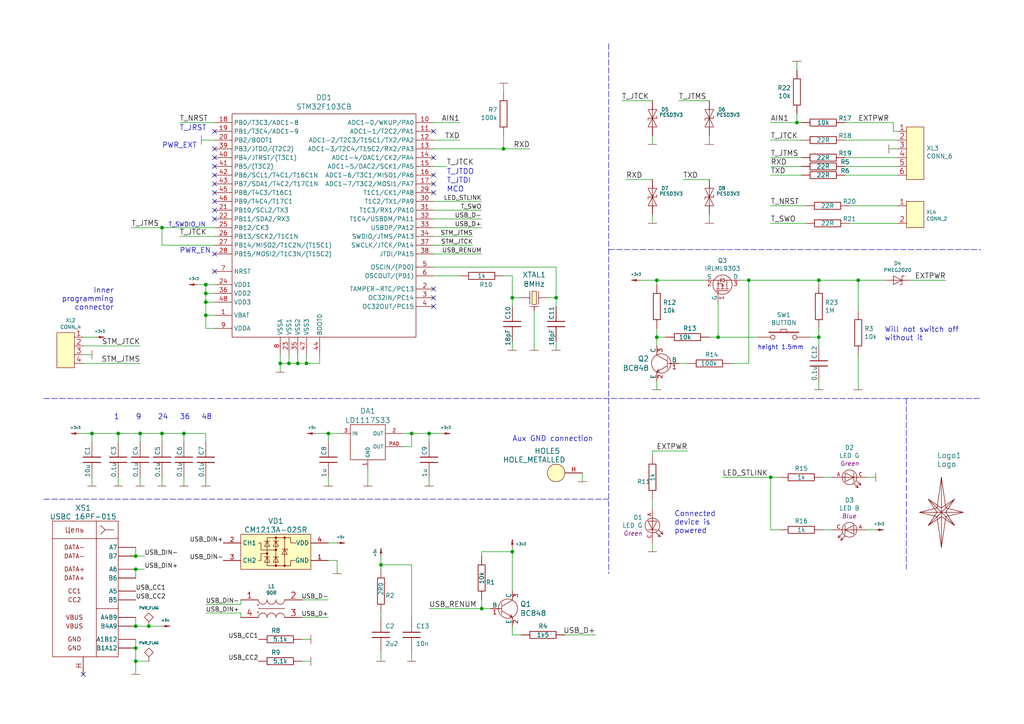
<source format=kicad_sch>
(kicad_sch (version 20230121) (generator eeschema)
  (paper "A4")
  (junction (at 88.9 105.41))
  (junction (at 208.28 97.79))
  (junction (at 53.34 125.73))
  (junction (at 34.29 125.73))
  (junction (at 146.05 43.18))
  (junction (at 237.49 81.28))
  (junction (at 190.5 81.28))
  (junction (at 161.29 86.36))
  (junction (at 46.99 125.73))
  (junction (at 148.59 86.36))
  (junction (at 59.69 82.55))
  (junction (at 95.25 125.73))
  (junction (at 43.18 181.61))
  (junction (at 26.67 125.73))
  (junction (at 124.46 125.73))
  (junction (at 39.37 181.61))
  (junction (at 46.99 66.04))
  (junction (at 59.69 85.09))
  (junction (at 110.49 163.83))
  (junction (at 59.69 87.63))
  (junction (at 81.28 105.41))
  (junction (at 223.52 138.43))
  (junction (at 148.59 160.02))
  (junction (at 231.14 35.56))
  (junction (at 59.69 91.44))
  (junction (at 190.5 97.79))
  (junction (at 248.92 81.28))
  (junction (at 39.37 191.77))
  (junction (at 237.49 97.79))
  (junction (at 40.64 125.73))
  (junction (at 39.37 161.29))
  (junction (at 83.82 105.41))
  (junction (at 39.37 165.1))
  (junction (at 86.36 105.41))
  (junction (at 139.7 176.53))
  (junction (at 217.17 81.28))
  (junction (at 119.38 125.73))
  (junction (at 39.37 187.96))
  (no_connect (at 62.23 63.5))
  (no_connect (at 62.23 73.66))
  (no_connect (at 62.23 43.18))
  (no_connect (at 62.23 78.74))
  (no_connect (at 125.73 86.36))
  (no_connect (at 125.73 55.88))
  (no_connect (at 125.73 45.72))
  (no_connect (at 62.23 60.96))
  (no_connect (at 62.23 45.72))
  (no_connect (at 125.73 53.34))
  (no_connect (at 62.23 55.88))
  (no_connect (at 62.23 53.34))
  (no_connect (at 24.13 195.58))
  (no_connect (at 125.73 50.8))
  (no_connect (at 62.23 58.42))
  (no_connect (at 62.23 48.26))
  (no_connect (at 125.73 88.9))
  (no_connect (at 125.73 38.1))
  (no_connect (at 62.23 38.1))
  (no_connect (at 125.73 83.82))
  (no_connect (at 62.23 50.8))
  (wire (pts (xy 52.07 35.56) (xy 62.23 35.56)))
  (wire (pts (xy 129.54 48.26) (xy 125.73 48.26)))
  (wire (pts (xy 264.16 81.28) (xy 274.32 81.28)))
  (wire (pts (xy 248.92 81.28) (xy 256.54 81.28)))
  (wire (pts (xy 46.99 140.97) (xy 46.99 138.43)))
  (wire (pts (xy 248.92 90.17) (xy 248.92 81.28)))
  (wire (pts (xy 41.91 161.29) (xy 39.37 161.29)))
  (wire (pts (xy 59.69 91.44) (xy 62.23 91.44)))
  (wire (pts (xy 116.84 125.73) (xy 119.38 125.73)))
  (wire (pts (xy 43.18 181.61) (xy 46.99 181.61)))
  (wire (pts (xy 237.49 81.28) (xy 248.92 81.28)))
  (wire (pts (xy 146.05 43.18) (xy 153.67 43.18)))
  (wire (pts (xy 119.38 163.83) (xy 119.38 179.07)))
  (wire (pts (xy 139.7 60.96) (xy 125.73 60.96)))
  (wire (pts (xy 189.23 132.08) (xy 189.23 130.81)))
  (wire (pts (xy 248.92 102.87) (xy 248.92 113.03)))
  (wire (pts (xy 125.73 73.66) (xy 139.7 73.66)))
  (wire (pts (xy 259.08 35.56) (xy 259.08 38.1)))
  (wire (pts (xy 119.38 129.54) (xy 119.38 125.73)))
  (wire (pts (xy 125.73 66.04) (xy 139.7 66.04)))
  (wire (pts (xy 40.64 125.73) (xy 40.64 128.27)))
  (wire (pts (xy 237.49 113.03) (xy 237.49 110.49)))
  (wire (pts (xy 95.25 125.73) (xy 99.06 125.73)))
  (wire (pts (xy 22.86 125.73) (xy 26.67 125.73)))
  (wire (pts (xy 124.46 140.97) (xy 124.46 138.43)))
  (wire (pts (xy 246.38 64.77) (xy 260.35 64.77)))
  (wire (pts (xy 125.73 80.01) (xy 133.35 80.01)))
  (wire (pts (xy 39.37 185.42) (xy 39.37 187.96)))
  (wire (pts (xy 223.52 40.64) (xy 232.41 40.64)))
  (wire (pts (xy 223.52 35.56) (xy 231.14 35.56)))
  (wire (pts (xy 208.28 87.63) (xy 208.28 97.79)))
  (wire (pts (xy 69.85 177.8) (xy 69.85 179.07)))
  (wire (pts (xy 97.79 162.56) (xy 97.79 166.37)))
  (wire (pts (xy 190.5 97.79) (xy 190.5 100.33)))
  (wire (pts (xy 81.28 105.41) (xy 81.28 107.95)))
  (wire (pts (xy 46.99 71.12) (xy 46.99 66.04)))
  (wire (pts (xy 212.09 105.41) (xy 217.17 105.41)))
  (wire (pts (xy 88.9 105.41) (xy 88.9 102.87)))
  (wire (pts (xy 139.7 161.29) (xy 139.7 160.02)))
  (wire (pts (xy 86.36 105.41) (xy 88.9 105.41)))
  (wire (pts (xy 161.29 86.36) (xy 158.75 86.36)))
  (wire (pts (xy 259.08 38.1) (xy 260.35 38.1)))
  (wire (pts (xy 146.05 80.01) (xy 148.59 80.01)))
  (wire (pts (xy 223.52 64.77) (xy 233.68 64.77)))
  (wire (pts (xy 190.5 81.28) (xy 204.47 81.28)))
  (wire (pts (xy 148.59 158.75) (xy 148.59 160.02)))
  (wire (pts (xy 142.24 176.53) (xy 139.7 176.53)))
  (wire (pts (xy 58.42 40.64) (xy 62.23 40.64)))
  (wire (pts (xy 39.37 187.96) (xy 39.37 191.77)))
  (wire (pts (xy 137.16 71.12) (xy 125.73 71.12)))
  (polyline (pts (xy 12.7 144.78) (xy 176.53 144.78)) (stroke (width 0) (type dash)))
  (wire (pts (xy 69.85 175.26) (xy 69.85 173.99)))
  (polyline (pts (xy 176.53 72.39) (xy 284.48 72.39)) (stroke (width 0) (type dash)))
  (wire (pts (xy 237.49 95.25) (xy 237.49 97.79)))
  (polyline (pts (xy 12.7 115.57) (xy 284.48 115.57)) (stroke (width 0) (type dash)))
  (wire (pts (xy 39.37 165.1) (xy 39.37 167.64)))
  (wire (pts (xy 59.69 95.25) (xy 62.23 95.25)))
  (wire (pts (xy 39.37 181.61) (xy 43.18 181.61)))
  (wire (pts (xy 53.34 140.97) (xy 53.34 138.43)))
  (wire (pts (xy 223.52 138.43) (xy 226.06 138.43)))
  (wire (pts (xy 125.73 35.56) (xy 133.35 35.56)))
  (wire (pts (xy 26.67 140.97) (xy 26.67 138.43)))
  (wire (pts (xy 59.69 91.44) (xy 59.69 95.25)))
  (wire (pts (xy 34.29 140.97) (xy 34.29 138.43)))
  (wire (pts (xy 190.5 113.03) (xy 190.5 110.49)))
  (wire (pts (xy 238.76 138.43) (xy 241.3 138.43)))
  (wire (pts (xy 148.59 181.61) (xy 148.59 184.15)))
  (wire (pts (xy 231.14 35.56) (xy 231.14 33.02)))
  (wire (pts (xy 39.37 191.77) (xy 43.18 191.77)))
  (wire (pts (xy 189.23 160.02) (xy 189.23 157.48)))
  (wire (pts (xy 116.84 129.54) (xy 119.38 129.54)))
  (wire (pts (xy 223.52 50.8) (xy 232.41 50.8)))
  (wire (pts (xy 119.38 125.73) (xy 124.46 125.73)))
  (wire (pts (xy 161.29 101.6) (xy 161.29 99.06)))
  (wire (pts (xy 34.29 125.73) (xy 40.64 125.73)))
  (wire (pts (xy 172.72 184.15) (xy 163.83 184.15)))
  (wire (pts (xy 86.36 105.41) (xy 86.36 102.87)))
  (wire (pts (xy 110.49 189.23) (xy 110.49 191.77)))
  (wire (pts (xy 40.64 100.33) (xy 24.13 100.33)))
  (wire (pts (xy 95.25 140.97) (xy 95.25 138.43)))
  (wire (pts (xy 208.28 97.79) (xy 219.71 97.79)))
  (wire (pts (xy 257.81 43.18) (xy 260.35 43.18)))
  (wire (pts (xy 148.59 101.6) (xy 148.59 99.06)))
  (wire (pts (xy 92.71 105.41) (xy 92.71 102.87)))
  (wire (pts (xy 46.99 66.04) (xy 62.23 66.04)))
  (wire (pts (xy 189.23 39.37) (xy 189.23 41.91)))
  (wire (pts (xy 198.12 52.07) (xy 205.74 52.07)))
  (wire (pts (xy 196.85 105.41) (xy 199.39 105.41)))
  (wire (pts (xy 39.37 165.1) (xy 41.91 165.1)))
  (wire (pts (xy 190.5 95.25) (xy 190.5 97.79)))
  (wire (pts (xy 146.05 39.37) (xy 146.05 43.18)))
  (wire (pts (xy 245.11 48.26) (xy 260.35 48.26)))
  (wire (pts (xy 40.64 140.97) (xy 40.64 138.43)))
  (wire (pts (xy 95.25 179.07) (xy 87.63 179.07)))
  (wire (pts (xy 245.11 50.8) (xy 260.35 50.8)))
  (wire (pts (xy 39.37 161.29) (xy 39.37 158.75)))
  (wire (pts (xy 148.59 184.15) (xy 151.13 184.15)))
  (wire (pts (xy 95.25 128.27) (xy 95.25 125.73)))
  (wire (pts (xy 110.49 163.83) (xy 110.49 165.1)))
  (wire (pts (xy 57.15 82.55) (xy 59.69 82.55)))
  (wire (pts (xy 189.23 147.32) (xy 189.23 144.78)))
  (wire (pts (xy 245.11 40.64) (xy 260.35 40.64)))
  (wire (pts (xy 180.34 29.21) (xy 189.23 29.21)))
  (wire (pts (xy 125.73 43.18) (xy 146.05 43.18)))
  (wire (pts (xy 234.95 97.79) (xy 237.49 97.79)))
  (wire (pts (xy 40.64 105.41) (xy 24.13 105.41)))
  (wire (pts (xy 223.52 138.43) (xy 223.52 153.67)))
  (wire (pts (xy 238.76 153.67) (xy 241.3 153.67)))
  (wire (pts (xy 46.99 125.73) (xy 53.34 125.73)))
  (wire (pts (xy 237.49 97.79) (xy 237.49 100.33)))
  (wire (pts (xy 231.14 35.56) (xy 232.41 35.56)))
  (wire (pts (xy 59.69 177.8) (xy 69.85 177.8)))
  (wire (pts (xy 189.23 130.81) (xy 199.39 130.81)))
  (wire (pts (xy 124.46 125.73) (xy 128.27 125.73)))
  (wire (pts (xy 59.69 82.55) (xy 59.69 85.09)))
  (wire (pts (xy 26.67 125.73) (xy 34.29 125.73)))
  (wire (pts (xy 139.7 173.99) (xy 139.7 176.53)))
  (wire (pts (xy 205.74 62.23) (xy 205.74 64.77)))
  (wire (pts (xy 34.29 125.73) (xy 34.29 128.27)))
  (wire (pts (xy 223.52 48.26) (xy 232.41 48.26)))
  (wire (pts (xy 46.99 71.12) (xy 62.23 71.12)))
  (wire (pts (xy 154.94 90.17) (xy 154.94 101.6)))
  (wire (pts (xy 146.05 24.13) (xy 146.05 26.67)))
  (wire (pts (xy 185.42 81.28) (xy 190.5 81.28)))
  (wire (pts (xy 231.14 17.78) (xy 231.14 20.32)))
  (wire (pts (xy 161.29 77.47) (xy 161.29 86.36)))
  (wire (pts (xy 245.11 35.56) (xy 259.08 35.56)))
  (wire (pts (xy 81.28 102.87) (xy 81.28 105.41)))
  (wire (pts (xy 124.46 125.73) (xy 124.46 128.27)))
  (wire (pts (xy 125.73 40.64) (xy 133.35 40.64)))
  (wire (pts (xy 52.07 68.58) (xy 62.23 68.58)))
  (wire (pts (xy 189.23 62.23) (xy 189.23 64.77)))
  (wire (pts (xy 87.63 173.99) (xy 95.25 173.99)))
  (wire (pts (xy 119.38 163.83) (xy 110.49 163.83)))
  (polyline (pts (xy 176.53 12.7) (xy 176.53 166.37)) (stroke (width 0) (type dash)))
  (wire (pts (xy 59.69 87.63) (xy 59.69 91.44)))
  (wire (pts (xy 88.9 105.41) (xy 92.71 105.41)))
  (wire (pts (xy 217.17 105.41) (xy 217.17 81.28)))
  (wire (pts (xy 214.63 81.28) (xy 217.17 81.28)))
  (wire (pts (xy 40.64 125.73) (xy 46.99 125.73)))
  (wire (pts (xy 237.49 81.28) (xy 237.49 82.55)))
  (wire (pts (xy 209.55 138.43) (xy 223.52 138.43)))
  (wire (pts (xy 190.5 97.79) (xy 193.04 97.79)))
  (wire (pts (xy 161.29 86.36) (xy 161.29 88.9)))
  (wire (pts (xy 119.38 189.23) (xy 119.38 191.77)))
  (wire (pts (xy 139.7 58.42) (xy 125.73 58.42)))
  (wire (pts (xy 59.69 175.26) (xy 69.85 175.26)))
  (wire (pts (xy 53.34 125.73) (xy 53.34 128.27)))
  (wire (pts (xy 110.49 179.07) (xy 110.49 177.8)))
  (wire (pts (xy 205.74 39.37) (xy 205.74 41.91)))
  (wire (pts (xy 83.82 102.87) (xy 83.82 105.41)))
  (wire (pts (xy 254 153.67) (xy 251.46 153.67)))
  (wire (pts (xy 139.7 63.5) (xy 125.73 63.5)))
  (wire (pts (xy 137.16 68.58) (xy 125.73 68.58)))
  (wire (pts (xy 87.63 191.77) (xy 90.17 191.77)))
  (polyline (pts (xy 262.89 115.57) (xy 262.89 165.1)) (stroke (width 0) (type dash)))
  (wire (pts (xy 53.34 125.73) (xy 59.69 125.73)))
  (wire (pts (xy 97.79 162.56) (xy 95.25 162.56)))
  (wire (pts (xy 254 138.43) (xy 251.46 138.43)))
  (wire (pts (xy 26.67 102.87) (xy 24.13 102.87)))
  (wire (pts (xy 205.74 29.21) (xy 196.85 29.21)))
  (wire (pts (xy 39.37 179.07) (xy 39.37 181.61)))
  (wire (pts (xy 110.49 161.29) (xy 110.49 163.83)))
  (wire (pts (xy 223.52 59.69) (xy 233.68 59.69)))
  (wire (pts (xy 260.35 59.69) (xy 246.38 59.69)))
  (wire (pts (xy 189.23 52.07) (xy 181.61 52.07)))
  (wire (pts (xy 26.67 125.73) (xy 26.67 128.27)))
  (wire (pts (xy 148.59 80.01) (xy 148.59 86.36)))
  (wire (pts (xy 106.68 135.89) (xy 106.68 140.97)))
  (wire (pts (xy 232.41 45.72) (xy 223.52 45.72)))
  (wire (pts (xy 27.94 97.79) (xy 24.13 97.79)))
  (wire (pts (xy 190.5 82.55) (xy 190.5 81.28)))
  (wire (pts (xy 83.82 105.41) (xy 86.36 105.41)))
  (wire (pts (xy 39.37 191.77) (xy 39.37 195.58)))
  (wire (pts (xy 148.59 160.02) (xy 148.59 171.45)))
  (wire (pts (xy 91.44 125.73) (xy 95.25 125.73)))
  (wire (pts (xy 139.7 160.02) (xy 148.59 160.02)))
  (wire (pts (xy 87.63 185.42) (xy 90.17 185.42)))
  (wire (pts (xy 245.11 45.72) (xy 260.35 45.72)))
  (wire (pts (xy 97.79 157.48) (xy 95.25 157.48)))
  (wire (pts (xy 168.91 139.7) (xy 168.91 137.16)))
  (wire (pts (xy 223.52 153.67) (xy 226.06 153.67)))
  (wire (pts (xy 59.69 140.97) (xy 59.69 138.43)))
  (wire (pts (xy 59.69 125.73) (xy 59.69 128.27)))
  (wire (pts (xy 59.69 82.55) (xy 62.23 82.55)))
  (wire (pts (xy 148.59 86.36) (xy 148.59 88.9)))
  (wire (pts (xy 38.1 66.04) (xy 46.99 66.04)))
  (wire (pts (xy 205.74 97.79) (xy 208.28 97.79)))
  (wire (pts (xy 81.28 105.41) (xy 83.82 105.41)))
  (wire (pts (xy 217.17 81.28) (xy 237.49 81.28)))
  (wire (pts (xy 125.73 77.47) (xy 161.29 77.47)))
  (wire (pts (xy 59.69 85.09) (xy 59.69 87.63)))
  (wire (pts (xy 59.69 87.63) (xy 62.23 87.63)))
  (wire (pts (xy 46.99 125.73) (xy 46.99 128.27)))
  (wire (pts (xy 59.69 85.09) (xy 62.23 85.09)))
  (wire (pts (xy 124.46 176.53) (xy 139.7 176.53)))
  (wire (pts (xy 151.13 86.36) (xy 148.59 86.36)))
  (text "MCO" (at 129.54 55.88 0) (effects (font (size 1.524 1.524)) (justify left bottom)))
  (text "PWR_EN" (at 52.07 73.66 0) (effects (font (size 1.524 1.524)) (justify left bottom)))
  (text "T_JTDI" (at 129.54 53.34 0) (effects (font (size 1.524 1.524)) (justify left bottom)))
  (text "Will not switch off\nwithout it" (at 256.54 99.06 0) (effects (font (size 1.524 1.524)) (justify left bottom)))
  (text "Inner\nprogramming\nconnector" (at 33.02 90.17 0) (effects (font (size 1.524 1.524)) (justify right bottom)))
  (text "T_SWDIO_IN" (at 59.69 66.04 0) (effects (font (size 1.27 1.27)) (justify right bottom)))
  (text "height 1.5mm" (at 219.71 101.6 0) (effects (font (size 1.27 1.27)) (justify left bottom)))
  (text "1" (at 33.02 121.92 0) (effects (font (size 1.524 1.524)) (justify left bottom)))
  (text "36" (at 52.07 121.92 0) (effects (font (size 1.524 1.524)) (justify left bottom)))
  (text "Connected\ndevice is\npowered" (at 195.58 154.94 0) (effects (font (size 1.524 1.524)) (justify left bottom)))
  (text "48" (at 58.42 121.92 0) (effects (font (size 1.524 1.524)) (justify left bottom)))
  (text "T_JTDO" (at 129.54 50.8 0) (effects (font (size 1.524 1.524)) (justify left bottom)))
  (text "Aux GND connection" (at 148.59 128.27 0) (effects (font (size 1.524 1.524)) (justify left bottom)))
  (text "T_JRST" (at 52.07 38.1 0) (effects (font (size 1.524 1.524)) (justify left bottom)))
  (text "24" (at 45.72 121.92 0) (effects (font (size 1.524 1.524)) (justify left bottom)))
  (text "9" (at 39.37 121.92 0) (effects (font (size 1.524 1.524)) (justify left bottom)))
  (text "PWR_EXT" (at 46.99 43.18 0) (effects (font (size 1.524 1.524)) (justify left bottom)))
  (label "USB_D+" (at 95.25 179.07 180))
  (label "STM_JTCK" (at 40.64 100.33 180) (effects (font (size 1.524 1.524))))
  (label "USB_CC2" (at 74.93 191.77 180))
  (label "USB_DIN+" (at 59.69 177.8 0))
  (label "TXD" (at 223.52 50.8 0) (effects (font (size 1.524 1.524))))
  (label "TXD" (at 133.35 40.64 180) (effects (font (size 1.524 1.524))))
  (label "USB_DIN-" (at 59.69 175.26 0))
  (label "TXD" (at 198.12 52.07 0) (effects (font (size 1.524 1.524))))
  (label "AIN1" (at 223.52 35.56 0) (effects (font (size 1.524 1.524))))
  (label "STM_JTCK" (at 137.16 71.12 180))
  (label "USB_DIN+" (at 41.91 165.1 0))
  (label "T_JTMS" (at 196.85 29.21 0) (effects (font (size 1.524 1.524))))
  (label "T_JTCK" (at 223.52 40.64 0) (effects (font (size 1.524 1.524))))
  (label "USB_DIN-" (at 41.91 161.29 0))
  (label "USB_CC1" (at 39.37 171.45 0))
  (label "EXTPWR" (at 199.39 130.81 180) (effects (font (size 1.524 1.524))))
  (label "USB_CC2" (at 39.37 173.99 0))
  (label "T_SWO" (at 223.52 64.77 0) (effects (font (size 1.524 1.524))))
  (label "USB_DIN-" (at 64.77 162.56 180))
  (label "USB_RENUM" (at 139.7 73.66 180))
  (label "USB_RENUM" (at 124.46 176.53 0) (effects (font (size 1.524 1.524))))
  (label "USB_D-" (at 139.7 63.5 180))
  (label "USB_CC1" (at 74.93 185.42 180))
  (label "STM_JTMS" (at 137.16 68.58 180))
  (label "T_JTMS" (at 38.1 66.04 0) (effects (font (size 1.524 1.524))))
  (label "RXD" (at 153.67 43.18 180) (effects (font (size 1.524 1.524))))
  (label "RXD" (at 223.52 48.26 0) (effects (font (size 1.524 1.524))))
  (label "EXTPWR" (at 274.32 81.28 180) (effects (font (size 1.524 1.524))))
  (label "T_JTCK" (at 129.54 48.26 0) (effects (font (size 1.524 1.524))))
  (label "T_JTMS" (at 223.52 45.72 0) (effects (font (size 1.524 1.524))))
  (label "T_JTCK" (at 52.07 68.58 0) (effects (font (size 1.524 1.524))))
  (label "RXD" (at 181.61 52.07 0) (effects (font (size 1.524 1.524))))
  (label "USB_D+" (at 172.72 184.15 180) (effects (font (size 1.524 1.524))))
  (label "T_NRST" (at 52.07 35.56 0) (effects (font (size 1.524 1.524))))
  (label "T_SWO" (at 139.7 60.96 180))
  (label "LED_STLINK" (at 139.7 58.42 180))
  (label "EXTPWR" (at 248.92 35.56 0) (effects (font (size 1.524 1.524))))
  (label "T_JTCK" (at 180.34 29.21 0) (effects (font (size 1.524 1.524))))
  (label "USB_D-" (at 95.25 173.99 180))
  (label "USB_D+" (at 139.7 66.04 180))
  (label "AIN1" (at 133.35 35.56 180) (effects (font (size 1.524 1.524))))
  (label "USB_DIN+" (at 64.77 157.48 180))
  (label "T_NRST" (at 223.52 59.69 0) (effects (font (size 1.524 1.524))))
  (label "STM_JTMS" (at 40.64 105.41 180) (effects (font (size 1.524 1.524))))
  (label "LED_STLINK" (at 209.55 138.43 0) (effects (font (size 1.524 1.524))))
  (symbol (lib_id "st_kl:STM32F10X-48") (at 93.98 66.04 0) (unit 1)
    (property "Reference" "DD1" (at 93.98 28.2702 0) (effects (font (size 1.524 1.524))))
    (property "Value" "STM32F103CB" (at 93.98 30.9626 0) (effects (font (size 1.524 1.524))))
    (property "Footprint" "LQFP_TQFP:LQFP48" (effects hide))
    (property "PN" "STM32F103CBT6" (effects hide))
    (property "SolderPoints" "48" (effects hide))
    (property "Price" "209" (effects hide))
  )
  (symbol (lib_id "Tittar_kl:C") (at 34.29 133.35 0) (unit 1)
    (property "Reference" "C3" (at 33.02 132.08 90) (effects (justify left)))
    (property "Value" "0.1u" (at 33.02 138.43 90) (effects (justify left)))
    (property "Footprint" "Capacitors:CAP_0603" (effects hide))
    (property "Price" "0.5" (effects hide))
    (property "SolderPoints" "2" (effects hide))
  )
  (symbol (lib_id "power:GND") (at 34.29 140.97 0) (unit 1)
    (property "Reference" "#PWR01" (effects hide))
    (property "Value" "GND" (effects hide))
  )
  (symbol (lib_id "power:+3v3") (at 22.86 125.73 0) (mirror y) (unit 1)
    (property "Reference" "#PWR02" (effects hide))
    (property "Value" "+3v3" (at 21.8694 124.0028 0) (effects (font (size 0.762 0.762))))
  )
  (symbol (lib_id "power:+3v3") (at 57.15 82.55 0) (mirror y) (unit 1)
    (property "Reference" "#PWR03" (effects hide))
    (property "Value" "+3v3" (at 56.1594 80.8228 0) (effects (font (size 0.762 0.762))))
  )
  (symbol (lib_id "Tittar_kl:C") (at 40.64 133.35 0) (unit 1)
    (property "Reference" "C4" (at 39.37 132.08 90) (effects (justify left)))
    (property "Value" "0.1u" (at 39.37 138.43 90) (effects (justify left)))
    (property "Footprint" "Capacitors:CAP_0603" (effects hide))
    (property "Price" "0.5" (effects hide))
    (property "SolderPoints" "2" (effects hide))
  )
  (symbol (lib_id "power:GND") (at 40.64 140.97 0) (unit 1)
    (property "Reference" "#PWR04" (effects hide))
    (property "Value" "GND" (effects hide))
  )
  (symbol (lib_id "Tittar_kl:C") (at 46.99 133.35 0) (unit 1)
    (property "Reference" "C5" (at 45.72 132.08 90) (effects (justify left)))
    (property "Value" "0.1u" (at 45.72 138.43 90) (effects (justify left)))
    (property "Footprint" "Capacitors:CAP_0603" (effects hide))
    (property "Price" "0.5" (effects hide))
    (property "SolderPoints" "2" (effects hide))
  )
  (symbol (lib_id "power:GND") (at 46.99 140.97 0) (unit 1)
    (property "Reference" "#PWR05" (effects hide))
    (property "Value" "GND" (effects hide))
  )
  (symbol (lib_id "Tittar_kl:C") (at 53.34 133.35 0) (unit 1)
    (property "Reference" "C6" (at 52.07 132.08 90) (effects (justify left)))
    (property "Value" "0.1u" (at 52.07 138.43 90) (effects (justify left)))
    (property "Footprint" "Capacitors:CAP_0603" (effects hide))
    (property "Price" "0.5" (effects hide))
    (property "SolderPoints" "2" (effects hide))
  )
  (symbol (lib_id "power:GND") (at 53.34 140.97 0) (unit 1)
    (property "Reference" "#PWR06" (effects hide))
    (property "Value" "GND" (effects hide))
  )
  (symbol (lib_id "Tittar_kl:C") (at 59.69 133.35 0) (unit 1)
    (property "Reference" "C7" (at 58.42 132.08 90) (effects (justify left)))
    (property "Value" "0.1u" (at 58.42 138.43 90) (effects (justify left)))
    (property "Footprint" "Capacitors:CAP_0603" (effects hide))
    (property "Price" "0.5" (effects hide))
    (property "SolderPoints" "2" (effects hide))
  )
  (symbol (lib_id "power:GND") (at 59.69 140.97 0) (unit 1)
    (property "Reference" "#PWR07" (effects hide))
    (property "Value" "GND" (effects hide))
  )
  (symbol (lib_id "Tittar_kl:C") (at 26.67 133.35 0) (unit 1)
    (property "Reference" "C1" (at 25.4 132.08 90) (effects (justify left)))
    (property "Value" "10u" (at 25.4 138.43 90) (effects (justify left)))
    (property "Footprint" "Capacitors:CAP_0603" (effects hide))
    (property "Price" "0.5" (effects hide))
    (property "SolderPoints" "2" (effects hide))
  )
  (symbol (lib_id "power:GND") (at 26.67 140.97 0) (unit 1)
    (property "Reference" "#PWR08" (effects hide))
    (property "Value" "GND" (effects hide))
  )
  (symbol (lib_id "power:GND") (at 81.28 107.95 0) (unit 1)
    (property "Reference" "#PWR010" (effects hide))
    (property "Value" "GND" (effects hide))
  )
  (symbol (lib_id "Tittar_kl:R") (at 139.7 80.01 270) (unit 1)
    (property "Reference" "R10" (at 140.97 82.55 90))
    (property "Value" "1k" (at 139.7 80.01 90))
    (property "Footprint" "Resistors:RES_0603" (effects hide))
    (property "Price" "0.5" (effects hide))
    (property "SolderPoints" "2" (effects hide))
  )
  (symbol (lib_id "Tittar_kl:CRYSTAL_H") (at 154.94 86.36 0) (unit 1)
    (property "Reference" "XTAL1" (at 154.94 79.7052 0) (effects (font (size 1.524 1.524))))
    (property "Value" "8MHz" (at 154.94 82.3976 0) (effects (font (size 1.524 1.524))))
    (property "Footprint" "Quartz:0503x4-4" (effects hide))
    (property "Price" "15" (effects hide))
    (property "SolderPoints" "4" (effects hide))
  )
  (symbol (lib_id "Tittar_kl:C") (at 148.59 93.98 0) (unit 1)
    (property "Reference" "C10" (at 147.32 92.71 90) (effects (justify left)))
    (property "Value" "18pF" (at 147.32 100.33 90) (effects (justify left)))
    (property "Footprint" "Capacitors:CAP_0603" (effects hide))
    (property "Price" "0.5" (effects hide))
    (property "SolderPoints" "2" (effects hide))
  )
  (symbol (lib_id "power:GND") (at 148.59 101.6 0) (unit 1)
    (property "Reference" "#PWR011" (effects hide))
    (property "Value" "GND" (effects hide))
  )
  (symbol (lib_id "power:GND") (at 154.94 101.6 0) (unit 1)
    (property "Reference" "#PWR012" (effects hide))
    (property "Value" "GND" (effects hide))
  )
  (symbol (lib_id "Tittar_kl:C") (at 161.29 93.98 0) (unit 1)
    (property "Reference" "C11" (at 160.02 92.71 90) (effects (justify left)))
    (property "Value" "18pF" (at 160.02 100.33 90) (effects (justify left)))
    (property "Footprint" "Capacitors:CAP_0603" (effects hide))
    (property "Price" "0.5" (effects hide))
    (property "SolderPoints" "2" (effects hide))
  )
  (symbol (lib_id "power:GND") (at 161.29 101.6 0) (unit 1)
    (property "Reference" "#PWR013" (effects hide))
    (property "Value" "GND" (effects hide))
  )
  (symbol (lib_id "Connectors_kl:CONN_2") (at 265.43 62.23 0) (unit 1)
    (property "Reference" "XL4" (at 268.6558 61.5188 0) (effects (font (size 1.016 1.016)) (justify left)))
    (property "Value" "CONN_2" (at 268.6558 63.4492 0) (effects (font (size 1.016 1.016)) (justify left)))
    (property "Footprint" "Connectors:PBS-2R-MIRR" (effects hide))
  )
  (symbol (lib_id "Tittar_kl:R") (at 231.14 26.67 0) (mirror x) (unit 1)
    (property "Reference" "R22" (at 229.3874 25.5016 0) (effects (justify right)))
    (property "Value" "10k" (at 229.3874 27.813 0) (effects (justify right)))
    (property "Footprint" "Resistors:RES_0603" (effects hide))
    (property "Price" "0.5" (effects hide))
    (property "SolderPoints" "2" (effects hide))
  )
  (symbol (lib_id "power:GND") (at 231.14 17.78 0) (mirror x) (unit 1)
    (property "Reference" "#PWR014" (effects hide))
    (property "Value" "GND" (effects hide))
  )
  (symbol (lib_id "pcb_details:HOLE_METALLED") (at 161.29 137.16 0) (unit 1)
    (property "Reference" "HOLE5" (at 158.75 130.81 0) (effects (font (size 1.524 1.524))))
    (property "Value" "HOLE_METALLED" (at 154.94 133.35 0) (effects (font (size 1.524 1.524))))
    (property "Footprint" "PCB:Hole3_5_out6mm" (effects hide))
    (property "Price" "0" (effects hide))
    (property "SolderPoints" "0" (effects hide))
  )
  (symbol (lib_id "Connectors_kl:CONN_6") (at 265.43 44.45 0) (unit 1)
    (property "Reference" "XL3" (at 268.6812 43.0022 0) (effects (justify left)))
    (property "Value" "CONN_6" (at 268.6812 45.3136 0) (effects (justify left)))
    (property "Footprint" "Connectors:PBS-6R-MIRR" (effects hide))
    (property "SolderPoints" "0" (effects hide))
    (property "SolderPointsDIP" "6" (effects hide))
  )
  (symbol (lib_id "power:GND") (at 257.81 43.18 270) (unit 1)
    (property "Reference" "#PWR015" (effects hide))
    (property "Value" "GND" (effects hide))
  )
  (symbol (lib_id "power:GND") (at 168.91 139.7 0) (mirror y) (unit 1)
    (property "Reference" "#PWR033" (effects hide))
    (property "Value" "GND" (effects hide))
  )
  (symbol (lib_id "Tittar_kl:R") (at 238.76 35.56 270) (mirror x) (unit 1)
    (property "Reference" "R17" (at 245.11 34.29 90))
    (property "Value" "10k" (at 238.76 35.56 90))
    (property "Footprint" "Resistors:RES_0603" (effects hide))
    (property "Price" "0.5" (effects hide))
    (property "SolderPoints" "2" (effects hide))
  )
  (symbol (lib_id "Tittar_kl:R") (at 189.23 138.43 180) (unit 1)
    (property "Reference" "R11" (at 186.69 139.7 0))
    (property "Value" "1k" (at 189.23 138.43 90))
    (property "Footprint" "Resistors:RES_0603" (effects hide))
    (property "Price" "0.5" (effects hide))
    (property "SolderPoints" "2" (effects hide))
  )
  (symbol (lib_id "Tittar_kl:LED") (at 189.23 152.4 90) (mirror x) (unit 1)
    (property "Reference" "D1" (at 186.3852 150.0886 90) (effects (justify left)))
    (property "Value" "LED G" (at 186.3852 152.4 90) (effects (justify left)))
    (property "Footprint" "LEDs:LED_0603" (effects hide))
    (property "Price" "4" (effects hide))
    (property "SolderPoints" "2" (effects hide))
    (property "Color" "Green" (at 186.3852 154.7114 90) (effects (font italic) (justify left)))
  )
  (symbol (lib_id "power:GND") (at 189.23 160.02 0) (mirror y) (unit 1)
    (property "Reference" "#PWR016" (effects hide))
    (property "Value" "GND" (effects hide))
  )
  (symbol (lib_id "Tittar_kl:R") (at 238.76 40.64 270) (mirror x) (unit 1)
    (property "Reference" "R18" (at 245.11 39.37 90))
    (property "Value" "22R" (at 238.76 40.64 90))
    (property "Footprint" "Resistors:RES_0603" (effects hide))
    (property "Price" "0.5" (effects hide))
    (property "SolderPoints" "2" (effects hide))
  )
  (symbol (lib_id "Tittar_kl:R") (at 240.03 59.69 270) (mirror x) (unit 1)
    (property "Reference" "R20" (at 246.38 58.42 90))
    (property "Value" "22R" (at 240.03 59.69 90))
    (property "Footprint" "Resistors:RES_0603" (effects hide))
    (property "Price" "0.5" (effects hide))
    (property "SolderPoints" "2" (effects hide))
  )
  (symbol (lib_id "power:GND") (at 58.42 40.64 270) (unit 1)
    (property "Reference" "#PWR017" (effects hide))
    (property "Value" "GND" (effects hide))
  )
  (symbol (lib_id "Transistors_kl:P_3PIN") (at 209.55 82.55 0) (unit 1)
    (property "Reference" "Q3" (at 209.55 75.565 0))
    (property "Value" "IRLML9303" (at 209.55 77.8764 0))
    (property "Footprint" "SOT:SOT23-3" (effects hide))
    (property "SolderPoints" "3" (effects hide))
  )
  (symbol (lib_id "Tittar_kl:R") (at 238.76 45.72 270) (mirror x) (unit 1)
    (property "Reference" "R19" (at 245.11 44.45 90))
    (property "Value" "22R" (at 238.76 45.72 90))
    (property "Footprint" "Resistors:RES_0603" (effects hide))
    (property "Price" "0.5" (effects hide))
    (property "SolderPoints" "2" (effects hide))
  )
  (symbol (lib_id "Tittar_kl:D_Shottky") (at 260.35 81.28 0) (unit 1)
    (property "Reference" "D4" (at 260.35 76.4032 0) (effects (font (size 1.016 1.016))))
    (property "Value" "PMEG2020" (at 260.35 78.3336 0) (effects (font (size 1.016 1.016))))
    (property "Footprint" "Diodes:SOD323" (effects hide))
    (property "Price" "5" (effects hide))
    (property "SolderPoints" "2" (effects hide))
  )
  (symbol (lib_id "Transistors_kl:NPN") (at 191.77 105.41 0) (mirror y) (unit 1)
    (property "Reference" "Q2" (at 188.2648 104.0638 0) (effects (font (size 1.524 1.524)) (justify left)))
    (property "Value" "BC848" (at 188.2648 106.7562 0) (effects (font (size 1.524 1.524)) (justify left)))
    (property "Footprint" "SOT:SOT23-3" (effects hide))
    (property "SolderPoints" "3" (effects hide))
  )
  (symbol (lib_id "power:GND") (at 190.5 113.03 0) (unit 1)
    (property "Reference" "#PWR034" (effects hide))
    (property "Value" "GND" (effects hide))
  )
  (symbol (lib_id "Tittar_kl:R") (at 232.41 138.43 270) (mirror x) (unit 1)
    (property "Reference" "R15" (at 232.41 135.89 90))
    (property "Value" "1k" (at 232.41 138.43 90))
    (property "Footprint" "Resistors:RES_0603" (effects hide))
    (property "Price" "0.5" (effects hide))
    (property "SolderPoints" "2" (effects hide))
  )
  (symbol (lib_id "Tittar_kl:R") (at 232.41 153.67 270) (mirror x) (unit 1)
    (property "Reference" "R16" (at 232.41 151.13 90))
    (property "Value" "1k" (at 232.41 153.67 90))
    (property "Footprint" "Resistors:RES_0603" (effects hide))
    (property "Price" "0.5" (effects hide))
    (property "SolderPoints" "2" (effects hide))
  )
  (symbol (lib_id "Tittar_kl:LED") (at 246.38 138.43 0) (unit 1)
    (property "Reference" "D2" (at 246.38 129.8194 0))
    (property "Value" "LED G" (at 246.38 132.1308 0))
    (property "Footprint" "LEDs:LED_0603" (effects hide))
    (property "Price" "4" (effects hide))
    (property "SolderPoints" "2" (effects hide))
    (property "Color" "Green" (at 246.38 134.4422 0) (effects (font italic)))
  )
  (symbol (lib_id "Tittar_kl:LED") (at 246.38 153.67 0) (mirror y) (unit 1)
    (property "Reference" "D3" (at 246.38 145.0594 0))
    (property "Value" "LED B" (at 246.38 147.3708 0))
    (property "Footprint" "LEDs:LED_0603" (effects hide))
    (property "Price" "4" (effects hide))
    (property "SolderPoints" "2" (effects hide))
    (property "Color" "Blue" (at 246.38 149.6822 0) (effects (font italic)))
  )
  (symbol (lib_id "Tittar_kl:R") (at 190.5 88.9 0) (unit 1)
    (property "Reference" "R12" (at 192.2526 87.7316 0) (effects (justify left)))
    (property "Value" "10k" (at 192.2526 90.043 0) (effects (justify left)))
    (property "Footprint" "Resistors:RES_0603" (effects hide))
    (property "Price" "0.5" (effects hide))
    (property "SolderPoints" "2" (effects hide))
  )
  (symbol (lib_id "power:GND") (at 254 138.43 270) (unit 1)
    (property "Reference" "#PWR018" (effects hide))
    (property "Value" "GND" (effects hide))
  )
  (symbol (lib_id "power:+3v3") (at 254 153.67 0) (unit 1)
    (property "Reference" "#PWR019" (effects hide))
    (property "Value" "+3v3" (at 254.9652 151.9428 0) (effects (font (size 0.762 0.762))))
  )
  (symbol (lib_id "Tittar_kl:R") (at 240.03 64.77 270) (mirror x) (unit 1)
    (property "Reference" "R21" (at 246.38 63.5 90))
    (property "Value" "22R" (at 240.03 64.77 90))
    (property "Footprint" "Resistors:RES_0603" (effects hide))
    (property "Price" "0.5" (effects hide))
    (property "SolderPoints" "2" (effects hide))
  )
  (symbol (lib_id "Tittar_kl:R") (at 205.74 105.41 270) (unit 1)
    (property "Reference" "R14" (at 204.47 102.87 90) (effects (justify left)))
    (property "Value" "100k" (at 203.2 105.41 90) (effects (justify left)))
    (property "Footprint" "Resistors:RES_0603" (effects hide))
    (property "Price" "0.5" (effects hide))
    (property "SolderPoints" "2" (effects hide))
  )
  (symbol (lib_id "power:GND") (at 39.37 195.58 0) (unit 1)
    (property "Reference" "#PWR020" (effects hide))
    (property "Value" "GND" (effects hide))
  )
  (symbol (lib_id "Connectors_kl:CONN_4") (at 19.05 101.6 0) (unit 1)
    (property "Reference" "XL2" (at 20.4978 92.9132 0) (effects (font (size 1.016 1.016))))
    (property "Value" "CONN_4" (at 20.4978 94.8436 0) (effects (font (size 1.016 1.016))))
    (property "Footprint" "Connectors:PLS-4" (effects hide))
    (property "SolderPoints" "0" (effects hide))
    (property "SolderPointsDIP" "4" (effects hide))
  )
  (symbol (lib_id "Tittar_kl:C") (at 237.49 105.41 0) (unit 1)
    (property "Reference" "C12" (at 236.22 104.14 90) (effects (justify left)))
    (property "Value" "0.1u" (at 236.22 110.49 90) (effects (justify left)))
    (property "Footprint" "Capacitors:CAP_0603" (effects hide))
    (property "Price" "0.5" (effects hide))
    (property "SolderPoints" "2" (effects hide))
  )
  (symbol (lib_id "power:GND") (at 237.49 113.03 0) (unit 1)
    (property "Reference" "#PWR036" (effects hide))
    (property "Value" "GND" (effects hide))
  )
  (symbol (lib_id "Tittar_kl:R") (at 237.49 88.9 0) (unit 1)
    (property "Reference" "R23" (at 239.2426 87.7316 0) (effects (justify left)))
    (property "Value" "1M" (at 239.2426 90.043 0) (effects (justify left)))
    (property "Footprint" "Resistors:RES_0603" (effects hide))
    (property "Price" "0.5" (effects hide))
    (property "SolderPoints" "2" (effects hide))
  )
  (symbol (lib_id "Switches:BUTTON") (at 227.33 97.79 0) (unit 1)
    (property "Reference" "SW1" (at 227.33 91.313 0))
    (property "Value" "BUTTON" (at 227.33 93.6244 0))
    (property "Footprint" "BtnsSwitches:BTN_4x4_SMD" (effects hide))
    (property "Price" "1" (effects hide))
    (property "SolderPoints" "4" (effects hide))
  )
  (symbol (lib_id "power:+3v3") (at 27.94 97.79 0) (unit 1)
    (property "Reference" "#PWR021" (effects hide))
    (property "Value" "+3v3" (at 28.9306 96.0628 0) (effects (font (size 0.762 0.762))))
  )
  (symbol (lib_id "Tittar_kl:R") (at 199.39 97.79 270) (unit 1)
    (property "Reference" "R13" (at 198.12 95.25 90) (effects (justify left)))
    (property "Value" "10k" (at 196.85 97.79 90) (effects (justify left)))
    (property "Footprint" "Resistors:RES_0603" (effects hide))
    (property "Price" "0.5" (effects hide))
    (property "SolderPoints" "2" (effects hide))
  )
  (symbol (lib_id "power:GND") (at 26.67 102.87 90) (mirror x) (unit 1)
    (property "Reference" "#PWR022" (effects hide))
    (property "Value" "GND" (effects hide))
  )
  (symbol (lib_id "Tittar_kl:R") (at 157.48 184.15 270) (mirror x) (unit 1)
    (property "Reference" "R4" (at 157.48 181.61 90))
    (property "Value" "1k5" (at 157.48 184.15 90))
    (property "Footprint" "Resistors:RES_0603" (effects hide))
    (property "Price" "0.5" (effects hide))
    (property "SolderPoints" "2" (effects hide))
  )
  (symbol (lib_id "Power_kl:LD1117") (at 106.68 127 0) (unit 1)
    (property "Reference" "DA1" (at 106.68 119.2276 0) (effects (font (size 1.524 1.524))))
    (property "Value" "LD1117S33" (at 106.68 121.92 0) (effects (font (size 1.524 1.524))))
    (property "Footprint" "SOT:SOT223" (effects hide))
  )
  (symbol (lib_id "Tittar_kl:C") (at 95.25 133.35 0) (unit 1)
    (property "Reference" "C8" (at 93.98 132.08 90) (effects (justify left)))
    (property "Value" "1u" (at 93.98 138.43 90) (effects (justify left)))
    (property "Footprint" "Capacitors:CAP_0603" (effects hide))
    (property "Price" "0.5" (effects hide))
    (property "SolderPoints" "2" (effects hide))
  )
  (symbol (lib_id "power:GND") (at 95.25 140.97 0) (unit 1)
    (property "Reference" "#PWR026" (effects hide))
    (property "Value" "GND" (effects hide))
  )
  (symbol (lib_id "Tittar_kl:C") (at 124.46 133.35 0) (unit 1)
    (property "Reference" "C9" (at 123.19 132.08 90) (effects (justify left)))
    (property "Value" "1u" (at 123.19 138.43 90) (effects (justify left)))
    (property "Footprint" "Capacitors:CAP_0603" (effects hide))
    (property "Price" "0.5" (effects hide))
    (property "SolderPoints" "2" (effects hide))
  )
  (symbol (lib_id "power:GND") (at 124.46 140.97 0) (unit 1)
    (property "Reference" "#PWR027" (effects hide))
    (property "Value" "GND" (effects hide))
  )
  (symbol (lib_id "power:+5v") (at 46.99 181.61 0) (unit 1)
    (property "Reference" "#PWR028" (effects hide))
    (property "Value" "+5V" (at 47.9552 179.8828 0) (effects (font (size 0.762 0.762))))
  )
  (symbol (lib_id "power:+5v") (at 91.44 125.73 0) (mirror y) (unit 1)
    (property "Reference" "#PWR030" (effects hide))
    (property "Value" "+5V" (at 90.4494 124.0028 0) (effects (font (size 0.762 0.762))))
  )
  (symbol (lib_id "power:GND") (at 106.68 140.97 0) (unit 1)
    (property "Reference" "#PWR031" (effects hide))
    (property "Value" "GND" (effects hide))
  )
  (symbol (lib_id "pcb_details:Logo") (at 273.05 148.59 0) (unit 1)
    (property "Reference" "Logo1" (at 271.78 132.08 0) (effects (font (size 1.524 1.524)) (justify left)))
    (property "Value" "Logo" (at 271.78 134.62 0) (effects (font (size 1.524 1.524)) (justify left)))
    (property "Footprint" "Pictures:Ostranna_12d7_10d1" (effects hide))
  )
  (symbol (lib_id "Tittar_kl:R") (at 248.92 96.52 0) (unit 1)
    (property "Reference" "R3" (at 250.6726 95.3516 0) (effects (justify left)))
    (property "Value" "10k" (at 250.6726 97.663 0) (effects (justify left)))
    (property "Footprint" "Resistors:RES_0603" (effects hide))
    (property "Price" "0.5" (effects hide))
    (property "SolderPoints" "2" (effects hide))
  )
  (symbol (lib_id "power:GND") (at 248.92 113.03 0) (unit 1)
    (property "Reference" "#PWR035" (effects hide))
    (property "Value" "GND" (effects hide))
  )
  (symbol (lib_id "power:GND") (at 189.23 64.77 0) (unit 1)
    (property "Reference" "#PWR037" (effects hide))
    (property "Value" "GND" (effects hide))
  )
  (symbol (lib_id "Tittar_kl:ZenerBidir") (at 189.23 57.15 270) (mirror x) (unit 1)
    (property "Reference" "D7" (at 191.77 54.61 90) (effects (font (size 1.016 1.016)) (justify left)))
    (property "Value" "PESD3V3" (at 191.2112 56.1848 90) (effects (font (size 1.016 1.016)) (justify left)))
    (property "Footprint" "Diodes:SOD323" (effects hide))
    (property "PN" "PESD3V3L1BA.115" (effects hide))
    (property "URL" "https://www.terraelectronica.ru/product/504483" (effects hide))
  )
  (symbol (lib_id "power:GND") (at 205.74 64.77 0) (unit 1)
    (property "Reference" "#PWR038" (effects hide))
    (property "Value" "GND" (effects hide))
  )
  (symbol (lib_id "Tittar_kl:ZenerBidir") (at 205.74 57.15 270) (mirror x) (unit 1)
    (property "Reference" "D8" (at 208.28 54.61 90) (effects (font (size 1.016 1.016)) (justify left)))
    (property "Value" "PESD3V3" (at 207.7212 56.1848 90) (effects (font (size 1.016 1.016)) (justify left)))
    (property "Footprint" "Diodes:SOD323" (effects hide))
    (property "PN" "PESD3V3L1BA.115" (effects hide))
    (property "URL" "https://www.terraelectronica.ru/product/504483" (effects hide))
  )
  (symbol (lib_id "Tittar_kl:R") (at 238.76 48.26 270) (mirror x) (unit 1)
    (property "Reference" "R5" (at 245.11 46.99 90))
    (property "Value" "22R" (at 238.76 48.26 90))
    (property "Footprint" "Resistors:RES_0603" (effects hide))
    (property "Price" "0.5" (effects hide))
    (property "SolderPoints" "2" (effects hide))
  )
  (symbol (lib_id "Tittar_kl:R") (at 238.76 50.8 270) (mirror x) (unit 1)
    (property "Reference" "R6" (at 245.11 49.53 90))
    (property "Value" "22R" (at 238.76 50.8 90))
    (property "Footprint" "Resistors:RES_0603" (effects hide))
    (property "Price" "0.5" (effects hide))
    (property "SolderPoints" "2" (effects hide))
  )
  (symbol (lib_id "Tittar_kl:R") (at 146.05 33.02 0) (mirror x) (unit 1)
    (property "Reference" "R7" (at 144.2974 31.8516 0) (effects (justify right)))
    (property "Value" "100k" (at 144.2974 34.163 0) (effects (justify right)))
    (property "Footprint" "Resistors:RES_0603" (effects hide))
    (property "Price" "0.5" (effects hide))
    (property "SolderPoints" "2" (effects hide))
  )
  (symbol (lib_id "power:GND") (at 146.05 24.13 0) (mirror x) (unit 1)
    (property "Reference" "#PWR09" (effects hide))
    (property "Value" "GND" (effects hide))
  )
  (symbol (lib_id "power:GND") (at 189.23 41.91 0) (unit 1)
    (property "Reference" "#PWR029" (effects hide))
    (property "Value" "GND" (effects hide))
  )
  (symbol (lib_id "Tittar_kl:ZenerBidir") (at 189.23 34.29 270) (mirror x) (unit 1)
    (property "Reference" "D5" (at 191.77 31.75 90) (effects (font (size 1.016 1.016)) (justify left)))
    (property "Value" "PESD3V3" (at 191.2112 33.3248 90) (effects (font (size 1.016 1.016)) (justify left)))
    (property "Footprint" "Diodes:SOD323" (effects hide))
    (property "PN" "PESD3V3L1BA.115" (effects hide))
    (property "URL" "https://www.terraelectronica.ru/product/504483" (effects hide))
  )
  (symbol (lib_id "Tittar_kl:CHOKE_COIL") (at 78.74 176.53 0) (unit 1)
    (property "Reference" "L1" (at 78.74 170.053 0) (effects (font (size 1.016 1.016))))
    (property "Value" "90R" (at 78.74 171.9834 0) (effects (font (size 1.016 1.016))))
    (property "Footprint" "Inductors:DLW21SN" (effects hide))
    (property "PN" "DLW21SN900SQ2" (effects hide))
  )
  (symbol (lib_id "Tittar_kl:C") (at 110.49 184.15 0) (unit 1)
    (property "Reference" "C2" (at 111.76 181.61 0) (effects (justify left)))
    (property "Value" "2u2" (at 111.76 186.69 0) (effects (justify left)))
    (property "Footprint" "Capacitors:CAP_0603" (effects hide))
    (property "Price" "0.5" (effects hide))
    (property "SolderPoints" "2" (effects hide))
  )
  (symbol (lib_id "Tittar_kl:R") (at 110.49 171.45 0) (unit 1)
    (property "Reference" "R2" (at 111.76 172.72 0) (effects (justify left)))
    (property "Value" "2R0" (at 110.49 172.72 90) (effects (justify left)))
    (property "Footprint" "Resistors:RES_0603" (effects hide))
    (property "Price" "0.5" (effects hide))
    (property "SolderPoints" "2" (effects hide))
  )
  (symbol (lib_id "power:PWR_FLAG") (at 43.18 191.77 0) (unit 1)
    (property "Reference" "#FLG0101" (effects hide))
    (property "Value" "PWR_FLAG" (at 43.18 186.4868 0) (effects (font (size 0.762 0.762))))
  )
  (symbol (lib_id "power:+3v3") (at 128.27 125.73 0) (unit 1)
    (property "Reference" "#PWR024" (effects hide))
    (property "Value" "+3v3" (at 129.2606 124.0028 0) (effects (font (size 0.762 0.762))))
  )
  (symbol (lib_id "power:GND") (at 205.74 41.91 0) (unit 1)
    (property "Reference" "#PWR032" (effects hide))
    (property "Value" "GND" (effects hide))
  )
  (symbol (lib_id "Tittar_kl:ZenerBidir") (at 205.74 34.29 270) (mirror x) (unit 1)
    (property "Reference" "D6" (at 208.28 31.75 90) (effects (font (size 1.016 1.016)) (justify left)))
    (property "Value" "PESD3V3" (at 207.7212 33.3248 90) (effects (font (size 1.016 1.016)) (justify left)))
    (property "Footprint" "Diodes:SOD323" (effects hide))
    (property "PN" "PESD3V3L1BA.115" (effects hide))
    (property "URL" "https://www.terraelectronica.ru/product/504483" (effects hide))
  )
  (symbol (lib_id "power:+3v3") (at 185.42 81.28 0) (mirror y) (unit 1)
    (property "Reference" "#PWR025" (effects hide))
    (property "Value" "+3v3" (at 184.4294 79.5528 0) (effects (font (size 0.762 0.762))))
  )
  (symbol (lib_id "Connectors:USB-C_16pin") (at 24.13 171.45 0) (unit 1)
    (property "Reference" "XS1" (at 24.13 147.32 0) (effects (font (size 1.524 1.524))))
    (property "Value" "USBC 16PF-015" (at 24.13 149.86 0) (effects (font (size 1.524 1.524))))
    (property "Footprint" "Connectors:USB-C_16pin_16PF-015" (effects hide))
    (property "SolderPoints" "12" (effects hide))
    (property "SolderPoints_DIP" "4" (effects hide))
    (property "Type" "type" (effects hide))
  )
  (symbol (lib_id "power:+5v") (at 110.49 161.29 90) (unit 1)
    (property "Reference" "#PWR023" (effects hide))
    (property "Value" "+5V" (at 108.7628 160.3248 0) (effects (font (size 0.762 0.762))))
  )
  (symbol (lib_id "power:GND") (at 97.79 166.37 0) (unit 1)
    (property "Reference" "#PWR044" (effects hide))
    (property "Value" "GND" (effects hide))
  )
  (symbol (lib_id "Tittar_kl:R") (at 139.7 167.64 0) (mirror x) (unit 1)
    (property "Reference" "R1" (at 142.24 168.91 0))
    (property "Value" "10k" (at 139.7 167.64 90))
    (property "Footprint" "Resistors:RES_0603" (effects hide))
    (property "Price" "0.5" (effects hide))
    (property "SolderPoints" "2" (effects hide))
  )
  (symbol (lib_id "power:PWR_FLAG") (at 43.18 181.61 0) (unit 1)
    (property "Reference" "#FLG01" (effects hide))
    (property "Value" "PWR_FLAG" (at 43.18 176.3268 0) (effects (font (size 0.762 0.762))))
  )
  (symbol (lib_id "power:+3v3") (at 148.59 158.75 270) (mirror x) (unit 1)
    (property "Reference" "#PWR041" (effects hide))
    (property "Value" "+3v3" (at 149.5298 157.7594 90) (effects (font (size 0.762 0.762)) (justify left)))
  )
  (symbol (lib_id "Transistors_kl:NPN") (at 147.32 176.53 0) (unit 1)
    (property "Reference" "Q1" (at 150.8252 175.1838 0) (effects (font (size 1.524 1.524)) (justify left)))
    (property "Value" "BC848" (at 150.8252 177.8762 0) (effects (font (size 1.524 1.524)) (justify left)))
    (property "Footprint" "SOT:SOT23-3" (effects hide))
    (property "SolderPoints" "3" (effects hide))
  )
  (symbol (lib_id "Tittar_kl:C") (at 119.38 184.15 0) (unit 1)
    (property "Reference" "C13" (at 120.65 181.61 0) (effects (justify left)))
    (property "Value" "10n" (at 120.65 186.69 0) (effects (justify left)))
    (property "Footprint" "Capacitors:CAP_0603" (effects hide))
    (property "Price" "0.5" (effects hide))
    (property "SolderPoints" "2" (effects hide))
  )
  (symbol (lib_id "Protection:CM1213A−02SR") (at 80.01 160.02 0) (unit 1)
    (property "Reference" "VD1" (at 80.01 151.13 0) (effects (font (size 1.524 1.524))))
    (property "Value" "CM1213A−02SR" (at 80.01 153.67 0) (effects (font (size 1.524 1.524))))
    (property "Footprint" "SOT,_TO:SOT143" (effects hide))
    (property "SolderPoints" "4" (effects hide))
    (property "SolderPoints_DIP" "0" (effects hide))
  )
  (symbol (lib_id "power:GND") (at 110.49 191.77 0) (unit 1)
    (property "Reference" "#PWR039" (effects hide))
    (property "Value" "GND" (effects hide))
  )
  (symbol (lib_id "power:+5v") (at 97.79 157.48 0) (unit 1)
    (property "Reference" "#PWR045" (effects hide))
    (property "Value" "+5V" (at 98.7552 155.7528 0) (effects (font (size 0.762 0.762))))
  )
  (symbol (lib_id "Tittar_kl:R") (at 81.28 191.77 270) (mirror x) (unit 1)
    (property "Reference" "R9" (at 80.01 189.23 90))
    (property "Value" "5.1k" (at 81.28 191.77 90))
    (property "Footprint" "Resistors:RES0603" (effects hide))
    (property "Price" "0.5" (effects hide))
    (property "SolderPoints" "2" (effects hide))
  )
  (symbol (lib_id "Tittar_kl:R") (at 81.28 185.42 270) (mirror x) (unit 1)
    (property "Reference" "R8" (at 80.01 182.88 90))
    (property "Value" "5.1k" (at 81.28 185.42 90))
    (property "Footprint" "Resistors:RES0603" (effects hide))
    (property "Price" "0.5" (effects hide))
    (property "SolderPoints" "2" (effects hide))
  )
  (symbol (lib_id "power:GND") (at 90.17 185.42 90) (unit 1)
    (property "Reference" "#PWR042" (effects hide))
    (property "Value" "GND" (effects hide))
  )
  (symbol (lib_id "power:GND") (at 119.38 191.77 0) (unit 1)
    (property "Reference" "#PWR040" (effects hide))
    (property "Value" "GND" (effects hide))
  )
  (symbol (lib_id "power:GND") (at 90.17 191.77 90) (unit 1)
    (property "Reference" "#PWR043" (effects hide))
    (property "Value" "GND" (effects hide))
  )
)
</source>
